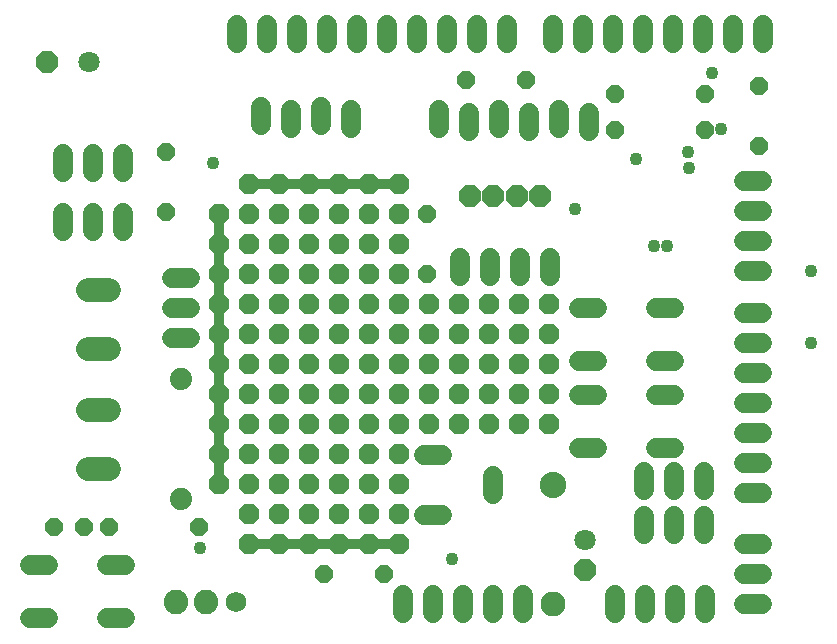
<source format=gbr>
G04 EAGLE Gerber RS-274X export*
G75*
%MOMM*%
%FSLAX34Y34*%
%LPD*%
%INSoldermask Bottom*%
%IPPOS*%
%AMOC8*
5,1,8,0,0,1.08239X$1,22.5*%
G01*
%ADD10C,0.812800*%
%ADD11C,1.727200*%
%ADD12P,1.649562X8X22.500000*%
%ADD13C,1.993900*%
%ADD14C,1.879600*%
%ADD15P,1.951982X8X202.500000*%
%ADD16C,1.803400*%
%ADD17P,1.649562X8X292.500000*%
%ADD18P,1.649562X8X112.500000*%
%ADD19P,1.649562X8X202.500000*%
%ADD20C,2.082800*%
%ADD21P,2.034460X8X22.500000*%
%ADD22P,1.951982X8X292.500000*%
%ADD23P,1.843527X8X22.500000*%
%ADD24C,1.092200*%
%ADD25C,2.235200*%
%ADD26C,1.727200*%
%ADD27C,2.108200*%


D10*
X177800Y355600D02*
X177800Y127000D01*
X203200Y76200D02*
X330200Y76200D01*
X330200Y381000D02*
X203200Y381000D01*
D11*
X33562Y58616D02*
X18322Y58616D01*
X18322Y13404D02*
X33562Y13404D01*
X83346Y58616D02*
X98586Y58616D01*
X98586Y13404D02*
X83346Y13404D01*
D12*
X267513Y50851D03*
X318313Y50851D03*
D13*
X85154Y291700D02*
X67247Y291700D01*
X67247Y241700D02*
X85154Y241700D01*
X85154Y190100D02*
X67247Y190100D01*
X67247Y140100D02*
X85154Y140100D01*
D14*
X146045Y216114D03*
X146045Y114514D03*
D11*
X138430Y250825D02*
X153670Y250825D01*
X153670Y276225D02*
X138430Y276225D01*
X138430Y301625D02*
X153670Y301625D01*
X45720Y391160D02*
X45720Y406400D01*
X71120Y406400D02*
X71120Y391160D01*
X96520Y391160D02*
X96520Y406400D01*
X45720Y356870D02*
X45720Y341630D01*
X71120Y341630D02*
X71120Y356870D01*
X96520Y356870D02*
X96520Y341630D01*
X193040Y500380D02*
X193040Y515620D01*
X218440Y515620D02*
X218440Y500380D01*
X243840Y500380D02*
X243840Y515620D01*
X269240Y515620D02*
X269240Y500380D01*
X294640Y500380D02*
X294640Y515620D01*
X320040Y515620D02*
X320040Y500380D01*
X345440Y500380D02*
X345440Y515620D01*
X370840Y515620D02*
X370840Y500380D01*
X396240Y500380D02*
X396240Y515620D01*
X421640Y515620D02*
X421640Y500380D01*
X461010Y500380D02*
X461010Y515620D01*
X486410Y515620D02*
X486410Y500380D01*
X511810Y500380D02*
X511810Y515620D01*
X537210Y515620D02*
X537210Y500380D01*
X562610Y500380D02*
X562610Y515620D01*
X588010Y515620D02*
X588010Y500380D01*
X613410Y500380D02*
X613410Y515620D01*
X638810Y515620D02*
X638810Y500380D01*
D15*
X32512Y484251D03*
D16*
X68072Y484251D03*
D17*
X133350Y407924D03*
X133350Y357124D03*
D11*
X622300Y383540D02*
X637540Y383540D01*
X637540Y358140D02*
X622300Y358140D01*
X622300Y332740D02*
X637540Y332740D01*
X637540Y307340D02*
X622300Y307340D01*
D18*
X635000Y413512D03*
X635000Y464312D03*
D19*
X438404Y469138D03*
X387604Y469138D03*
X589788Y427228D03*
X513588Y427228D03*
X589788Y457454D03*
X513588Y457454D03*
X63754Y90932D03*
X38354Y90932D03*
X161544Y90932D03*
X85344Y90932D03*
D11*
X483108Y276606D02*
X498348Y276606D01*
X498348Y231394D02*
X483108Y231394D01*
X548132Y276606D02*
X563372Y276606D01*
X563372Y231394D02*
X548132Y231394D01*
X498348Y202946D02*
X483108Y202946D01*
X483108Y157734D02*
X498348Y157734D01*
X548132Y202946D02*
X563372Y202946D01*
X563372Y157734D02*
X548132Y157734D01*
X289560Y428752D02*
X289560Y443992D01*
X264160Y446532D02*
X264160Y431292D01*
X238760Y428752D02*
X238760Y443992D01*
X213360Y446532D02*
X213360Y431292D01*
X491490Y425958D02*
X491490Y441198D01*
X466090Y443738D02*
X466090Y428498D01*
X440690Y425958D02*
X440690Y441198D01*
X415290Y443738D02*
X415290Y428498D01*
X389890Y425958D02*
X389890Y441198D01*
X364490Y443738D02*
X364490Y428498D01*
D20*
X167132Y27686D03*
X141732Y27686D03*
D11*
X334010Y33020D02*
X334010Y17780D01*
X359410Y17780D02*
X359410Y33020D01*
X384810Y33020D02*
X384810Y17780D01*
X410210Y17780D02*
X410210Y33020D01*
X435610Y33020D02*
X435610Y17780D01*
X513080Y17780D02*
X513080Y33020D01*
X538480Y33020D02*
X538480Y17780D01*
X563880Y17780D02*
X563880Y33020D01*
X589280Y33020D02*
X589280Y17780D01*
X622300Y76454D02*
X637540Y76454D01*
X637540Y51054D02*
X622300Y51054D01*
X622300Y25654D02*
X637540Y25654D01*
X637540Y271780D02*
X622300Y271780D01*
X622300Y246380D02*
X637540Y246380D01*
X637540Y220980D02*
X622300Y220980D01*
X622300Y195580D02*
X637540Y195580D01*
X637540Y170180D02*
X622300Y170180D01*
X622300Y144780D02*
X637540Y144780D01*
X637540Y119380D02*
X622300Y119380D01*
X538353Y121920D02*
X538353Y137160D01*
X563753Y137160D02*
X563753Y121920D01*
X589153Y121920D02*
X589153Y137160D01*
X538353Y100330D02*
X538353Y85090D01*
X563753Y85090D02*
X563753Y100330D01*
X589153Y100330D02*
X589153Y85090D01*
D21*
X390370Y370738D03*
X410370Y370738D03*
X430370Y370738D03*
X450370Y370738D03*
D11*
X458470Y318186D02*
X458470Y302946D01*
X433070Y302946D02*
X433070Y318186D01*
X407670Y318186D02*
X407670Y302946D01*
X382270Y302946D02*
X382270Y318186D01*
D17*
X354330Y355600D03*
X354330Y304800D03*
D11*
X410464Y133858D02*
X410464Y118618D01*
X367284Y151638D02*
X352044Y151638D01*
X352044Y100838D02*
X367284Y100838D01*
D22*
X487680Y54610D03*
D16*
X487680Y80010D03*
D23*
X177800Y330200D03*
X177800Y304800D03*
X177800Y279400D03*
X177800Y254000D03*
X177800Y228600D03*
X177800Y203200D03*
X177800Y177800D03*
X177800Y152400D03*
X177800Y127000D03*
X177800Y355600D03*
X279400Y76200D03*
X304800Y76200D03*
X330200Y76200D03*
X254000Y76200D03*
X228600Y76200D03*
X203200Y76200D03*
X203200Y381000D03*
X228600Y381000D03*
X254000Y381000D03*
X279400Y381000D03*
X304800Y381000D03*
X330200Y381000D03*
D24*
X679450Y246380D03*
X679450Y307340D03*
X172720Y398780D03*
X161798Y73406D03*
X575056Y408686D03*
X546100Y328676D03*
X531368Y402590D03*
X575818Y394462D03*
X603504Y427990D03*
X595630Y474980D03*
X557530Y328549D03*
D25*
X461264Y126238D03*
D23*
X228600Y330200D03*
X228600Y355600D03*
X254000Y330200D03*
X254000Y355600D03*
X279400Y330200D03*
X279400Y355600D03*
X304800Y330200D03*
X304800Y355600D03*
X330200Y330200D03*
X330200Y355600D03*
X228600Y304800D03*
X254000Y304800D03*
X279400Y304800D03*
X304800Y304800D03*
X330200Y304800D03*
X228600Y279400D03*
X254000Y279400D03*
X279400Y279400D03*
X304800Y279400D03*
X330200Y279400D03*
X355600Y279400D03*
X381000Y279400D03*
X406400Y279400D03*
X431800Y279400D03*
X457200Y279400D03*
X228600Y254000D03*
X254000Y254000D03*
X279400Y254000D03*
X304800Y254000D03*
X330200Y254000D03*
X355600Y254000D03*
X381000Y254000D03*
X406400Y254000D03*
X431800Y254000D03*
X457200Y254000D03*
X228600Y228600D03*
X254000Y228600D03*
X279400Y228600D03*
X304800Y228600D03*
X330200Y228600D03*
X355600Y228600D03*
X355600Y203200D03*
X228600Y203200D03*
X228600Y177800D03*
X228600Y101600D03*
X228600Y127000D03*
X228600Y152400D03*
X254000Y177800D03*
X254000Y101600D03*
X254000Y127000D03*
X254000Y152400D03*
X254000Y203200D03*
X279400Y203200D03*
X304800Y203200D03*
X330200Y203200D03*
X381000Y203200D03*
X381000Y228600D03*
X406400Y228600D03*
X406400Y203200D03*
X431800Y203200D03*
X431800Y228600D03*
X457200Y203200D03*
X457200Y228600D03*
X279400Y177800D03*
X304800Y177800D03*
X330200Y177800D03*
X355600Y177800D03*
X381000Y177800D03*
X406400Y177800D03*
X431800Y177800D03*
X457200Y177800D03*
X279400Y101600D03*
X279400Y127000D03*
X279400Y152400D03*
X304800Y101600D03*
X304800Y127000D03*
X304800Y152400D03*
X330200Y101600D03*
X330200Y127000D03*
X330200Y152400D03*
X203200Y330200D03*
X203200Y355600D03*
X203200Y304800D03*
X203200Y279400D03*
X203200Y254000D03*
X203200Y228600D03*
X203200Y203200D03*
X203200Y177800D03*
X203200Y101600D03*
X203200Y127000D03*
X203200Y152400D03*
D24*
X375158Y63754D03*
X479374Y360451D03*
D26*
X192532Y27686D03*
D27*
X461010Y25400D03*
M02*

</source>
